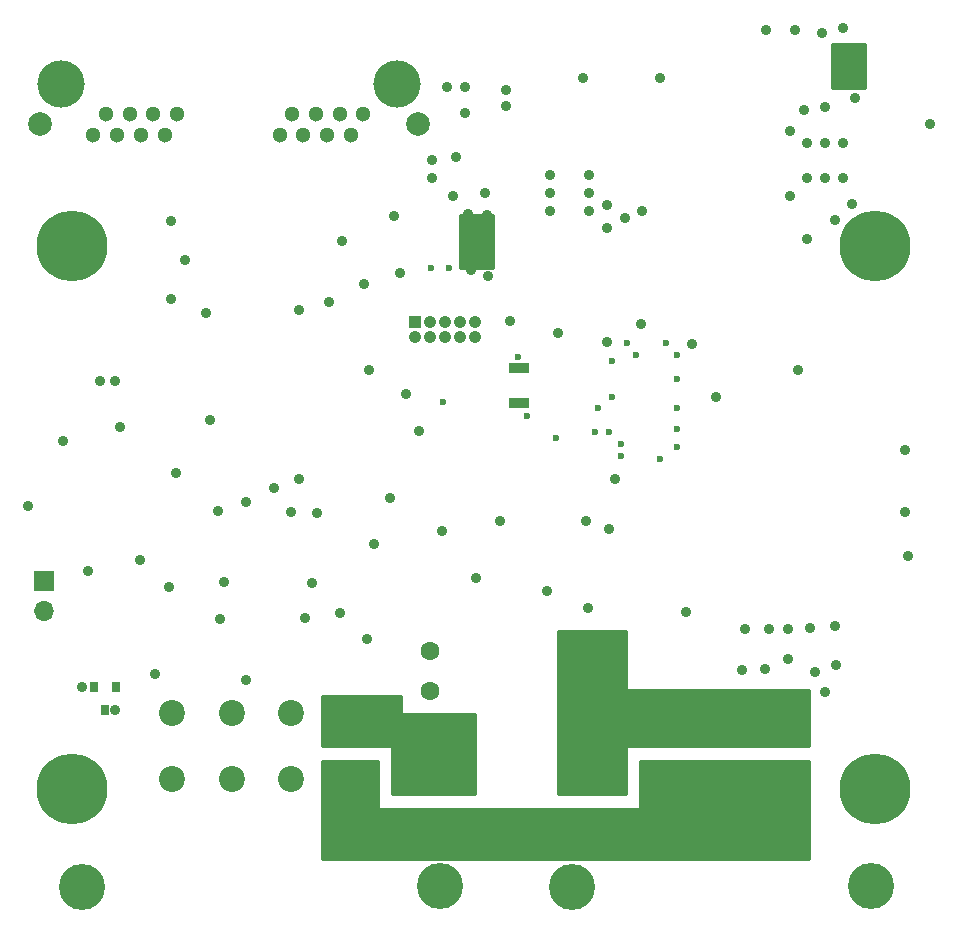
<source format=gts>
G04 #@! TF.FileFunction,Soldermask,Top*
%FSLAX46Y46*%
G04 Gerber Fmt 4.6, Leading zero omitted, Abs format (unit mm)*
G04 Created by KiCad (PCBNEW 4.0.7-e0-6372~58~ubuntu16.10.1) date Tue Oct  3 15:09:46 2017*
%MOMM*%
%LPD*%
G01*
G04 APERTURE LIST*
%ADD10C,0.150000*%
%ADD11R,1.050000X1.050000*%
%ADD12C,1.050000*%
%ADD13R,1.700000X0.900000*%
%ADD14C,6.000000*%
%ADD15C,1.300000*%
%ADD16C,4.000000*%
%ADD17C,2.000000*%
%ADD18C,1.600000*%
%ADD19R,1.700000X1.700000*%
%ADD20O,1.700000X1.700000*%
%ADD21C,2.200000*%
%ADD22C,3.900000*%
%ADD23R,0.800000X0.900000*%
%ADD24C,0.600000*%
%ADD25C,0.889000*%
%ADD26C,0.254000*%
G04 APERTURE END LIST*
D10*
D11*
X34050000Y-25950000D03*
D12*
X35320000Y-25950000D03*
X36590000Y-25950000D03*
X37860000Y-25950000D03*
X39130000Y-25950000D03*
X35320000Y-27220000D03*
X36590000Y-27220000D03*
X37860000Y-27220000D03*
X39130000Y-27220000D03*
X34050000Y-27220000D03*
D13*
X42850000Y-29850000D03*
X42850000Y-32750000D03*
D14*
X5000000Y-19500000D03*
X73000000Y-65500000D03*
X73000000Y-19500000D03*
X5000000Y-65500000D03*
D15*
X13925000Y-8290000D03*
X7835000Y-8290000D03*
X11895000Y-8290000D03*
X9865000Y-8290000D03*
X12905000Y-10070000D03*
X10875000Y-10070000D03*
X8845000Y-10070000D03*
X6815000Y-10070000D03*
D16*
X32475000Y-5750000D03*
D17*
X2250000Y-9180000D03*
D15*
X22565000Y-10070000D03*
X24595000Y-10070000D03*
X26625000Y-10070000D03*
X28655000Y-10070000D03*
X25615000Y-8290000D03*
X27645000Y-8290000D03*
X23585000Y-8290000D03*
X29675000Y-8290000D03*
D16*
X4025000Y-5750000D03*
D17*
X34250000Y-9180000D03*
D18*
X48735000Y-53800000D03*
X48735000Y-57200000D03*
X35265000Y-53800000D03*
X35265000Y-57200000D03*
X48735000Y-60800000D03*
X48735000Y-64200000D03*
X35265000Y-60800000D03*
X35265000Y-64200000D03*
D19*
X2625000Y-47875000D03*
D20*
X2625000Y-50415000D03*
D21*
X28500000Y-59050000D03*
X28500000Y-64650000D03*
X23500000Y-64650000D03*
X23500000Y-59050000D03*
X18500000Y-59050000D03*
X13500000Y-59050000D03*
X18500000Y-64650000D03*
D22*
X36150000Y-73700000D03*
D21*
X13500000Y-64650000D03*
D22*
X5850000Y-73750000D03*
D21*
X65000000Y-64650000D03*
X65000000Y-59050000D03*
X60000000Y-59050000D03*
X55000000Y-59050000D03*
X60000000Y-64650000D03*
D22*
X72650000Y-73700000D03*
D21*
X55000000Y-64650000D03*
D22*
X47350000Y-73750000D03*
D23*
X8750000Y-56800000D03*
X6850000Y-56800000D03*
X7800000Y-58800000D03*
D24*
X42750000Y-28900000D03*
D25*
X48500000Y-42750000D03*
X53200000Y-26075000D03*
X57500000Y-27800000D03*
X59500000Y-32300000D03*
X71000000Y-15900000D03*
X69600000Y-17300000D03*
X67200000Y-18900000D03*
X30100000Y-30000000D03*
X33250000Y-32000000D03*
X66500000Y-30000000D03*
X68750000Y-57250000D03*
X64000000Y-51900000D03*
X62000000Y-51900000D03*
X61700000Y-55400000D03*
X63700000Y-55300000D03*
X67900000Y-55600000D03*
X69700000Y-55000000D03*
X65600000Y-54500000D03*
X65600000Y-51900000D03*
X67500000Y-51800000D03*
X69600000Y-51700000D03*
X16700000Y-34200000D03*
X13800000Y-38700000D03*
X24200000Y-39200000D03*
X9100000Y-34800000D03*
X19700000Y-41200000D03*
X45250000Y-48700000D03*
X39200000Y-47600000D03*
X30600000Y-44700000D03*
X36300000Y-43600000D03*
X41200000Y-42800000D03*
X27700000Y-50600000D03*
X63750000Y-1250000D03*
X66250000Y-1250000D03*
X68500000Y-1500000D03*
X70250000Y-1000000D03*
X68750000Y-7750000D03*
X71250000Y-7000000D03*
X65750000Y-9750000D03*
X65750000Y-15250000D03*
X67000000Y-8000000D03*
X67250000Y-13750000D03*
X68750000Y-13750000D03*
X70250000Y-13750000D03*
X67250000Y-10750000D03*
X68750000Y-10750000D03*
X70250000Y-10750000D03*
X77600000Y-9200000D03*
D24*
X70200000Y-5400000D03*
X71400000Y-5400000D03*
X71400000Y-3200000D03*
X70200000Y-3200000D03*
D25*
X70800000Y-4200000D03*
D24*
X36400000Y-32730000D03*
X52750000Y-28750000D03*
D25*
X51000000Y-39250000D03*
X50300000Y-27650000D03*
X46125000Y-26850000D03*
X10775000Y-46125000D03*
X75500000Y-36750000D03*
X75500000Y-42000000D03*
X31950000Y-40850000D03*
X34350000Y-35200000D03*
D24*
X46000000Y-35750000D03*
X49250000Y-35250000D03*
X50500000Y-35250000D03*
X51500000Y-36250000D03*
X51500000Y-37250000D03*
X54750000Y-37500000D03*
X56250000Y-36500000D03*
X56250000Y-35000000D03*
X56250000Y-33250000D03*
X56250000Y-30750000D03*
X56250000Y-28750000D03*
X55250000Y-27750000D03*
X52000000Y-27750000D03*
X50750000Y-29250000D03*
X50750000Y-32250000D03*
X49500000Y-33250000D03*
D25*
X1275000Y-41525000D03*
X13225000Y-48375000D03*
X42050000Y-25850000D03*
X8650000Y-30950000D03*
X7375000Y-30950000D03*
X6350000Y-47050000D03*
X50500000Y-43475000D03*
X22100000Y-40000000D03*
X17350000Y-41900000D03*
X23500000Y-42050000D03*
X25725000Y-42125000D03*
X25350000Y-48000000D03*
X17850000Y-47950000D03*
X57000000Y-50500000D03*
X4225000Y-35975000D03*
X75750000Y-45750000D03*
X48650000Y-50150000D03*
X24750000Y-51000000D03*
X30000000Y-52750000D03*
X19750000Y-56250000D03*
X12050000Y-55700000D03*
X17500000Y-51100000D03*
D24*
X43500000Y-33850000D03*
D25*
X48250000Y-5250000D03*
X54750000Y-5250000D03*
X36750000Y-6000000D03*
X38250000Y-8250000D03*
X41750000Y-7664998D03*
X41750000Y-6250000D03*
X38250000Y-6000000D03*
X40000000Y-15000000D03*
X35500000Y-13750000D03*
X35500000Y-12250000D03*
X37500000Y-12000000D03*
X53250000Y-16500000D03*
X50250000Y-16000000D03*
X45500000Y-16500000D03*
X45500000Y-15000000D03*
X45500000Y-13500000D03*
X48750000Y-13500000D03*
X48750000Y-15000000D03*
X48750000Y-16500000D03*
D24*
X39750000Y-20000000D03*
D25*
X40250000Y-22000000D03*
X38750000Y-21500000D03*
X29750000Y-22750000D03*
X32750000Y-21750000D03*
X32250000Y-17000000D03*
X37250000Y-15250000D03*
X40100000Y-16900000D03*
D24*
X39750000Y-18000000D03*
D25*
X38500000Y-16800000D03*
D24*
X39000000Y-20000000D03*
X39000000Y-18000000D03*
D25*
X39350000Y-18975000D03*
X50250000Y-18000000D03*
X51800000Y-17150000D03*
X26750000Y-24275000D03*
X24250000Y-24925000D03*
X16300000Y-25150000D03*
X13400000Y-24000000D03*
X13400000Y-17400000D03*
X14600000Y-20700000D03*
X27850000Y-19050000D03*
X5800000Y-56800000D03*
D24*
X35350000Y-21400000D03*
X36950000Y-21400000D03*
D25*
X8600000Y-58800000D03*
D26*
G36*
X32873000Y-59000000D02*
X32883006Y-59049410D01*
X32911447Y-59091035D01*
X32953841Y-59118315D01*
X33000000Y-59127000D01*
X39123000Y-59127000D01*
X39123000Y-65873000D01*
X32127000Y-65873000D01*
X32127000Y-62000000D01*
X32116994Y-61950590D01*
X32088553Y-61908965D01*
X32046159Y-61881685D01*
X32000000Y-61873000D01*
X26127000Y-61873000D01*
X26127000Y-57627000D01*
X32873000Y-57627000D01*
X32873000Y-59000000D01*
X32873000Y-59000000D01*
G37*
X32873000Y-59000000D02*
X32883006Y-59049410D01*
X32911447Y-59091035D01*
X32953841Y-59118315D01*
X33000000Y-59127000D01*
X39123000Y-59127000D01*
X39123000Y-65873000D01*
X32127000Y-65873000D01*
X32127000Y-62000000D01*
X32116994Y-61950590D01*
X32088553Y-61908965D01*
X32046159Y-61881685D01*
X32000000Y-61873000D01*
X26127000Y-61873000D01*
X26127000Y-57627000D01*
X32873000Y-57627000D01*
X32873000Y-59000000D01*
G36*
X51873000Y-57000000D02*
X51883006Y-57049410D01*
X51911447Y-57091035D01*
X51953841Y-57118315D01*
X52000000Y-57127000D01*
X67373000Y-57127000D01*
X67373000Y-61873000D01*
X52000000Y-61873000D01*
X51950590Y-61883006D01*
X51908965Y-61911447D01*
X51881685Y-61953841D01*
X51873000Y-62000000D01*
X51873000Y-65873000D01*
X46127000Y-65873000D01*
X46127000Y-52127000D01*
X51873000Y-52127000D01*
X51873000Y-57000000D01*
X51873000Y-57000000D01*
G37*
X51873000Y-57000000D02*
X51883006Y-57049410D01*
X51911447Y-57091035D01*
X51953841Y-57118315D01*
X52000000Y-57127000D01*
X67373000Y-57127000D01*
X67373000Y-61873000D01*
X52000000Y-61873000D01*
X51950590Y-61883006D01*
X51908965Y-61911447D01*
X51881685Y-61953841D01*
X51873000Y-62000000D01*
X51873000Y-65873000D01*
X46127000Y-65873000D01*
X46127000Y-52127000D01*
X51873000Y-52127000D01*
X51873000Y-57000000D01*
G36*
X30873000Y-67000000D02*
X30883006Y-67049410D01*
X30911447Y-67091035D01*
X30953841Y-67118315D01*
X31000000Y-67127000D01*
X53000000Y-67127000D01*
X53049410Y-67116994D01*
X53091035Y-67088553D01*
X53118315Y-67046159D01*
X53127000Y-67000000D01*
X53127000Y-63127000D01*
X67373000Y-63127000D01*
X67373000Y-71373000D01*
X26127000Y-71373000D01*
X26127000Y-63127000D01*
X30873000Y-63127000D01*
X30873000Y-67000000D01*
X30873000Y-67000000D01*
G37*
X30873000Y-67000000D02*
X30883006Y-67049410D01*
X30911447Y-67091035D01*
X30953841Y-67118315D01*
X31000000Y-67127000D01*
X53000000Y-67127000D01*
X53049410Y-67116994D01*
X53091035Y-67088553D01*
X53118315Y-67046159D01*
X53127000Y-67000000D01*
X53127000Y-63127000D01*
X67373000Y-63127000D01*
X67373000Y-71373000D01*
X26127000Y-71373000D01*
X26127000Y-63127000D01*
X30873000Y-63127000D01*
X30873000Y-67000000D01*
G36*
X72123000Y-6123000D02*
X69377000Y-6123000D01*
X69377000Y-2377000D01*
X72123000Y-2377000D01*
X72123000Y-6123000D01*
X72123000Y-6123000D01*
G37*
X72123000Y-6123000D02*
X69377000Y-6123000D01*
X69377000Y-2377000D01*
X72123000Y-2377000D01*
X72123000Y-6123000D01*
G36*
X40623000Y-21373000D02*
X37877000Y-21373000D01*
X37877000Y-16877000D01*
X40623000Y-16877000D01*
X40623000Y-21373000D01*
X40623000Y-21373000D01*
G37*
X40623000Y-21373000D02*
X37877000Y-21373000D01*
X37877000Y-16877000D01*
X40623000Y-16877000D01*
X40623000Y-21373000D01*
M02*

</source>
